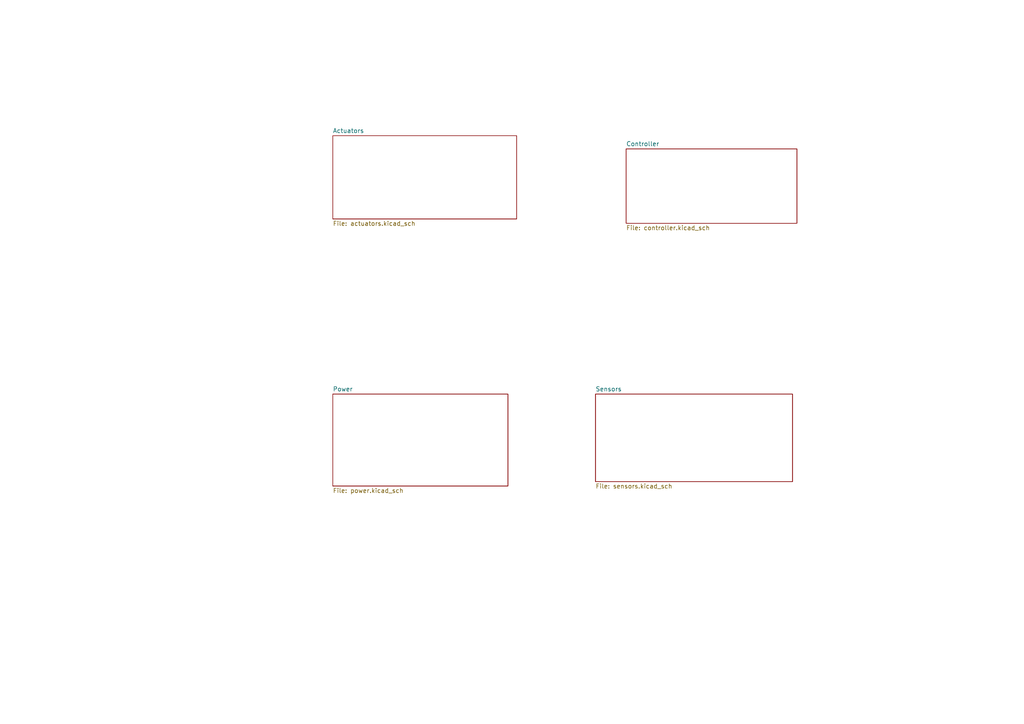
<source format=kicad_sch>
(kicad_sch (version 20211123) (generator eeschema)
  (paper "A4")
  (lib_symbols)
  (sheet (at 172.72 114.3) (size 57.15 25.4) (stroke (width 0.1524))
    (property "Sheet name" "Sensors" (at 172.72 113.5884 0) (effects (justify left bottom)))
    (property "Sheet file" "sensors.kicad_sch" (at 172.72 140.2846 0) (effects (justify left top)))
  )
  (sheet (at 181.61 43.18) (size 49.53 21.59) (stroke (width 0.1524))
    (property "Sheet name" "Controller" (at 181.61 42.4684 0) (effects (justify left bottom)))
    (property "Sheet file" "controller.kicad_sch" (at 181.61 65.3546 0) (effects (justify left top)))
  )
  (sheet (at 96.52 39.37) (size 53.34 24.13) (stroke (width 0.1524))
    (property "Sheet name" "Actuators" (at 96.52 38.6584 0) (effects (justify left bottom)))
    (property "Sheet file" "actuators.kicad_sch" (at 96.52 64.0846 0) (effects (justify left top)))
  )
  (sheet (at 96.52 114.3) (size 50.8 26.67) (stroke (width 0.1524))
    (property "Sheet name" "Power" (at 96.52 113.5884 0) (effects (justify left bottom)))
    (property "Sheet file" "power.kicad_sch" (at 96.52 141.5546 0) (effects (justify left top)))
  )
)
</source>
